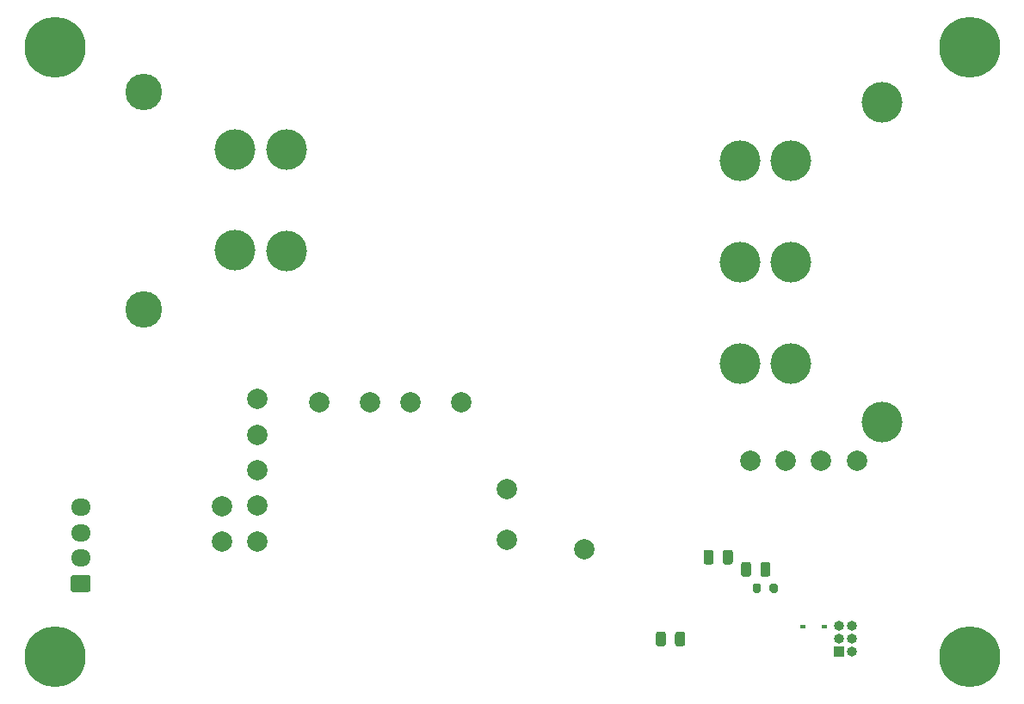
<source format=gbr>
%TF.GenerationSoftware,KiCad,Pcbnew,(5.1.8)-1*%
%TF.CreationDate,2021-03-09T13:11:08-05:00*%
%TF.ProjectId,DRV8353S_dev_board,44525638-3335-4335-935f-6465765f626f,rev?*%
%TF.SameCoordinates,Original*%
%TF.FileFunction,Soldermask,Bot*%
%TF.FilePolarity,Negative*%
%FSLAX46Y46*%
G04 Gerber Fmt 4.6, Leading zero omitted, Abs format (unit mm)*
G04 Created by KiCad (PCBNEW (5.1.8)-1) date 2021-03-09 13:11:08*
%MOMM*%
%LPD*%
G01*
G04 APERTURE LIST*
%ADD10C,2.000000*%
%ADD11C,0.800000*%
%ADD12C,6.000001*%
%ADD13R,1.000000X1.000000*%
%ADD14O,1.000000X1.000000*%
%ADD15O,1.950000X1.700000*%
%ADD16R,0.600000X0.450000*%
%ADD17C,3.600000*%
%ADD18C,4.000000*%
G04 APERTURE END LIST*
D10*
%TO.C,TP13*%
X107061000Y-104457500D03*
%TD*%
D11*
%TO.C,REF\u002A\u002A*%
X56590990Y-113409010D03*
X55000000Y-112750000D03*
X53409010Y-113409010D03*
X52750000Y-115000000D03*
X53409010Y-116590990D03*
X55000000Y-117250000D03*
X56590990Y-116590990D03*
X57250000Y-115000000D03*
D12*
X55000000Y-115000000D03*
%TD*%
D13*
%TO.C,SWD*%
X132143500Y-114554000D03*
D14*
X133413500Y-114554000D03*
X132143500Y-113284000D03*
X133413500Y-113284000D03*
X132143500Y-112014000D03*
X133413500Y-112014000D03*
%TD*%
%TO.C,EXT UART*%
G36*
G01*
X58256000Y-108673000D02*
X56806000Y-108673000D01*
G75*
G02*
X56556000Y-108423000I0J250000D01*
G01*
X56556000Y-107223000D01*
G75*
G02*
X56806000Y-106973000I250000J0D01*
G01*
X58256000Y-106973000D01*
G75*
G02*
X58506000Y-107223000I0J-250000D01*
G01*
X58506000Y-108423000D01*
G75*
G02*
X58256000Y-108673000I-250000J0D01*
G01*
G37*
D15*
X57531000Y-105323000D03*
X57531000Y-102823000D03*
X57531000Y-100323000D03*
%TD*%
D10*
%TO.C,MOSI*%
X71478000Y-100237500D03*
%TD*%
%TO.C,MISO*%
X71437500Y-103695500D03*
%TD*%
%TO.C,SCLK*%
X74930000Y-100139500D03*
%TD*%
%TO.C,CS*%
X74929500Y-103666500D03*
%TD*%
D16*
%TO.C,D4*%
X130717000Y-112077500D03*
X128617000Y-112077500D03*
%TD*%
D11*
%TO.C,REF\u002A\u002A*%
X146590990Y-113409010D03*
X145000000Y-112750000D03*
X143409010Y-113409010D03*
X142750000Y-115000000D03*
X143409010Y-116590990D03*
X145000000Y-117250000D03*
X146590990Y-116590990D03*
X147250000Y-115000000D03*
D12*
X145000000Y-115034000D03*
%TD*%
%TO.C,REF\u002A\u002A*%
X55000000Y-55000000D03*
D11*
X57250000Y-55000000D03*
X56590990Y-56590990D03*
X55000000Y-57250000D03*
X53409010Y-56590990D03*
X52750000Y-55000000D03*
X53409010Y-53409010D03*
X55000000Y-52750000D03*
X56590990Y-53409010D03*
%TD*%
%TO.C,REF\u002A\u002A*%
X146590990Y-53409010D03*
X145000000Y-52750000D03*
X143409010Y-53409010D03*
X142750000Y-55000000D03*
X143409010Y-56590990D03*
X145000000Y-57250000D03*
X146590990Y-56590990D03*
X147250000Y-55000000D03*
D12*
X145000000Y-55000000D03*
%TD*%
D17*
%TO.C,HC_DC*%
X63754000Y-80835500D03*
D18*
X72754000Y-75005500D03*
X77754000Y-75105500D03*
X72754000Y-65105500D03*
X77754000Y-65105500D03*
D17*
X63754000Y-59375500D03*
%TD*%
D18*
%TO.C,HC_AC*%
X136398000Y-60452000D03*
X127398000Y-66182000D03*
X122398000Y-66182000D03*
X127398000Y-76182000D03*
X122398000Y-76182000D03*
X122398000Y-86182000D03*
X127398000Y-86182000D03*
X136398000Y-91912000D03*
%TD*%
D10*
%TO.C,I_C*%
X74897000Y-89650500D03*
%TD*%
%TO.C,I_B*%
X74897000Y-93150500D03*
%TD*%
%TO.C,I_A*%
X74897000Y-96650500D03*
%TD*%
%TO.C,GHA*%
X99500000Y-103500000D03*
%TD*%
%TO.C,GHB*%
X90000000Y-90000000D03*
%TD*%
%TO.C,GHC*%
X86000000Y-90000000D03*
%TD*%
%TO.C,GLA*%
X99500000Y-98500000D03*
%TD*%
%TO.C,GLB*%
X95000000Y-90000000D03*
%TD*%
%TO.C,GLC*%
X81000000Y-90000000D03*
%TD*%
%TO.C,TEMP*%
X133900000Y-95700000D03*
%TD*%
%TO.C,ENCA*%
X130400000Y-95700000D03*
%TD*%
%TO.C,ENCB*%
X126900000Y-95700000D03*
%TD*%
%TO.C,ENCC*%
X123400000Y-95700000D03*
%TD*%
%TO.C,C15*%
G36*
G01*
X123504500Y-105951000D02*
X123504500Y-106901000D01*
G75*
G02*
X123254500Y-107151000I-250000J0D01*
G01*
X122754500Y-107151000D01*
G75*
G02*
X122504500Y-106901000I0J250000D01*
G01*
X122504500Y-105951000D01*
G75*
G02*
X122754500Y-105701000I250000J0D01*
G01*
X123254500Y-105701000D01*
G75*
G02*
X123504500Y-105951000I0J-250000D01*
G01*
G37*
G36*
G01*
X125404500Y-105951000D02*
X125404500Y-106901000D01*
G75*
G02*
X125154500Y-107151000I-250000J0D01*
G01*
X124654500Y-107151000D01*
G75*
G02*
X124404500Y-106901000I0J250000D01*
G01*
X124404500Y-105951000D01*
G75*
G02*
X124654500Y-105701000I250000J0D01*
G01*
X125154500Y-105701000D01*
G75*
G02*
X125404500Y-105951000I0J-250000D01*
G01*
G37*
%TD*%
%TO.C,C16*%
G36*
G01*
X114120000Y-113759000D02*
X114120000Y-112809000D01*
G75*
G02*
X114370000Y-112559000I250000J0D01*
G01*
X114870000Y-112559000D01*
G75*
G02*
X115120000Y-112809000I0J-250000D01*
G01*
X115120000Y-113759000D01*
G75*
G02*
X114870000Y-114009000I-250000J0D01*
G01*
X114370000Y-114009000D01*
G75*
G02*
X114120000Y-113759000I0J250000D01*
G01*
G37*
G36*
G01*
X116020000Y-113759000D02*
X116020000Y-112809000D01*
G75*
G02*
X116270000Y-112559000I250000J0D01*
G01*
X116770000Y-112559000D01*
G75*
G02*
X117020000Y-112809000I0J-250000D01*
G01*
X117020000Y-113759000D01*
G75*
G02*
X116770000Y-114009000I-250000J0D01*
G01*
X116270000Y-114009000D01*
G75*
G02*
X116020000Y-113759000I0J250000D01*
G01*
G37*
%TD*%
%TO.C,C37*%
G36*
G01*
X121716500Y-104744500D02*
X121716500Y-105694500D01*
G75*
G02*
X121466500Y-105944500I-250000J0D01*
G01*
X120966500Y-105944500D01*
G75*
G02*
X120716500Y-105694500I0J250000D01*
G01*
X120716500Y-104744500D01*
G75*
G02*
X120966500Y-104494500I250000J0D01*
G01*
X121466500Y-104494500D01*
G75*
G02*
X121716500Y-104744500I0J-250000D01*
G01*
G37*
G36*
G01*
X119816500Y-104744500D02*
X119816500Y-105694500D01*
G75*
G02*
X119566500Y-105944500I-250000J0D01*
G01*
X119066500Y-105944500D01*
G75*
G02*
X118816500Y-105694500I0J250000D01*
G01*
X118816500Y-104744500D01*
G75*
G02*
X119066500Y-104494500I250000J0D01*
G01*
X119566500Y-104494500D01*
G75*
G02*
X119816500Y-104744500I0J-250000D01*
G01*
G37*
%TD*%
%TO.C,R36*%
G36*
G01*
X123679500Y-108542500D02*
X123679500Y-107992500D01*
G75*
G02*
X123879500Y-107792500I200000J0D01*
G01*
X124279500Y-107792500D01*
G75*
G02*
X124479500Y-107992500I0J-200000D01*
G01*
X124479500Y-108542500D01*
G75*
G02*
X124279500Y-108742500I-200000J0D01*
G01*
X123879500Y-108742500D01*
G75*
G02*
X123679500Y-108542500I0J200000D01*
G01*
G37*
G36*
G01*
X125329500Y-108542500D02*
X125329500Y-107992500D01*
G75*
G02*
X125529500Y-107792500I200000J0D01*
G01*
X125929500Y-107792500D01*
G75*
G02*
X126129500Y-107992500I0J-200000D01*
G01*
X126129500Y-108542500D01*
G75*
G02*
X125929500Y-108742500I-200000J0D01*
G01*
X125529500Y-108742500D01*
G75*
G02*
X125329500Y-108542500I0J200000D01*
G01*
G37*
%TD*%
M02*

</source>
